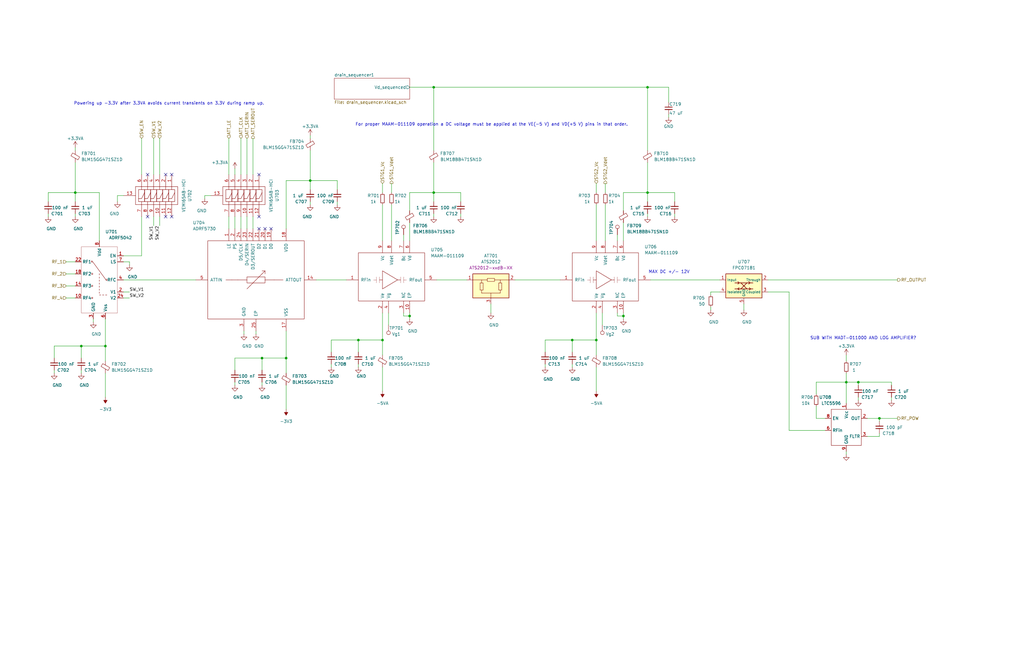
<source format=kicad_sch>
(kicad_sch (version 20211123) (generator eeschema)
  (paper "B")
  (lib_symbols
    (symbol "Connector:TestPoint" (pin_numbers hide) (pin_names (offset 0.762) hide)
      (property "Reference" "TP" (at 0 6.858 0))
      (property "Value" "TestPoint" (at 0 5.08 0))
      (symbol "TestPoint_0_1"
        (circle (center 0 3.302) (radius 0.762))
      )
      (symbol "TestPoint_1_1"
        (pin passive line (at 0 0 90) (length 2.54) (name "1") (number "1"))
      )
    )
    (symbol "Device:C_Small" (pin_numbers hide) (pin_names (offset 0.254) hide)
      (property "Reference" "C" (at 0.254 1.778 0))
      (property "Value" "C_Small" (at 0.254 -2.032 0))
      (symbol "C_Small_0_1"
        (polyline (pts (xy -1.524 -0.508) (xy 1.524 -0.508)) (stroke (width 0.3302)))
        (polyline (pts (xy -1.524 0.508) (xy 1.524 0.508)) (stroke (width 0.3048)))
      )
      (symbol "C_Small_1_1"
        (pin passive line (at 0 2.54 270) (length 2.032) (name "~") (number "1"))
        (pin passive line (at 0 -2.54 90) (length 2.032) (name "~") (number "2"))
      )
    )
    (symbol "Device:FerriteBead_Small" (pin_numbers hide) (pin_names (offset 0))
      (property "Reference" "FB" (at 1.905 1.27 0))
      (property "Value" "FerriteBead_Small" (at 1.905 -1.27 0))
      (symbol "FerriteBead_Small_0_1"
        (polyline (pts (xy 0 -1.27) (xy 0 -0.7874)))
        (polyline (pts (xy 0 0.889) (xy 0 1.2954)))
        (polyline (pts (xy -1.8288 0.2794) (xy -1.1176 1.4986) (xy 1.8288 -0.2032) (xy 1.1176 -1.4224) (xy -1.8288 0.2794)))
      )
      (symbol "FerriteBead_Small_1_1"
        (pin passive line (at 0 2.54 270) (length 1.27) (name "~") (number "1"))
        (pin passive line (at 0 -2.54 90) (length 1.27) (name "~") (number "2"))
      )
    )
    (symbol "Device:R_Small" (pin_numbers hide) (pin_names (offset 0.254) hide)
      (property "Reference" "R" (at 0.762 0.508 0))
      (property "Value" "R_Small" (at 0.762 -1.016 0))
      (symbol "R_Small_0_1"
        (rectangle (start -0.762 1.778) (end 0.762 -1.778) (stroke (width 0.2032)))
      )
      (symbol "R_Small_1_1"
        (pin passive line (at 0 2.54 270) (length 0.762) (name "~") (number "1"))
        (pin passive line (at 0 -2.54 90) (length 0.762) (name "~") (number "2"))
      )
    )
    (symbol "jtk_rf:ADRF5042"
      (property "Reference" "U" (at 5.08 13.97 0))
      (property "Value" "ADRF5042" (at 8.89 16.51 0))
      (symbol "ADRF5042_0_0"
        (pin passive line (at 2.54 -17.78 90) (length 2.54) hide (name "GND") (number "20"))
        (pin passive line (at 2.54 -17.78 90) (length 2.54) hide (name "GND") (number "23"))
        (pin passive line (at 2.54 -17.78 90) (length 2.54) hide (name "GND") (number "5"))
      )
      (symbol "ADRF5042_0_1"
        (rectangle (start -7.62 12.7) (end 7.62 -15.24) (stroke (width 0.0006)))
        (circle (center -3.048 -1.27) (radius 0.2794))
        (polyline (pts (xy -3.175 -7.62) (xy -2.54 -7.62)))
        (polyline (pts (xy -2.794 -1.27) (xy 2.794 6.35)))
        (polyline (pts (xy -1.905 -7.62) (xy -1.27 -7.62)))
        (polyline (pts (xy -0.635 -7.62) (xy 0 -7.62)))
        (polyline (pts (xy 0 -6.985) (xy 0 -6.35)))
        (polyline (pts (xy 0 -5.715) (xy 0 -5.08)))
        (polyline (pts (xy 0 -4.445) (xy 0 -3.81)))
        (polyline (pts (xy 0 -3.175) (xy 0 -2.54)))
        (polyline (pts (xy 0 -1.905) (xy 0 -1.27)))
        (polyline (pts (xy 0 -0.635) (xy 0 0)))
        (polyline (pts (xy 0 0.762) (xy 0 1.397)))
        (circle (center 3.048 -8.89) (radius 0.2794))
        (circle (center 3.048 -3.81) (radius 0.2794))
        (circle (center 3.048 1.27) (radius 0.2794))
        (circle (center 3.175 6.477) (radius 0.2794))
      )
      (symbol "ADRF5042_1_1"
        (pin input line (at -10.16 8.89 0) (length 2.54) (name "EN") (number "1"))
        (pin passive line (at 10.16 -8.89 180) (length 2.54) (name "RF4") (number "10"))
        (pin passive line (at 2.54 -17.78 90) (length 2.54) hide (name "GND") (number "11"))
        (pin passive line (at 2.54 -17.78 90) (length 2.54) hide (name "GND") (number "12"))
        (pin passive line (at 2.54 -17.78 90) (length 2.54) hide (name "GND") (number "13"))
        (pin passive line (at 10.16 -3.81 180) (length 2.54) (name "RF3") (number "14"))
        (pin passive line (at 2.54 -17.78 90) (length 2.54) hide (name "GND") (number "15"))
        (pin passive line (at 2.54 -17.78 90) (length 2.54) hide (name "GND") (number "16"))
        (pin passive line (at 2.54 -17.78 90) (length 2.54) hide (name "GND") (number "17"))
        (pin passive line (at 10.16 1.27 180) (length 2.54) (name "RF2") (number "18"))
        (pin passive line (at 2.54 -17.78 90) (length 2.54) hide (name "GND") (number "19"))
        (pin input line (at -10.16 -6.35 0) (length 2.54) (name "V1") (number "2"))
        (pin passive line (at 2.54 -17.78 90) (length 2.54) hide (name "GND") (number "21"))
        (pin passive line (at 10.16 6.35 180) (length 2.54) (name "RF1") (number "22"))
        (pin input line (at -10.16 -8.89 0) (length 2.54) (name "V2") (number "24"))
        (pin passive line (at 2.54 -17.78 90) (length 2.54) hide (name "GND") (number "25"))
        (pin power_in line (at 2.54 -17.78 90) (length 2.54) (name "GND") (number "3"))
        (pin passive line (at -10.16 -1.27 0) (length 2.54) (name "RFC") (number "4"))
        (pin power_in line (at -2.54 -17.78 90) (length 2.54) (name "Vss") (number "6"))
        (pin input line (at -10.16 6.35 0) (length 2.54) (name "LS") (number "7"))
        (pin power_in line (at 0 15.24 270) (length 2.54) (name "Vdd") (number "8"))
        (pin passive line (at 2.54 -17.78 90) (length 2.54) hide (name "GND") (number "9"))
      )
    )
    (symbol "jtk_rf:ADRF5730" (pin_names (offset 1.016))
      (property "Reference" "U" (at -25.4 19.05 0))
      (property "Value" "ADRF5730" (at -21.59 21.59 0))
      (symbol "ADRF5730_0_1"
        (rectangle (start -20.32 16.51) (end 20.32 -16.51))
        (polyline (pts (xy -10.16 0) (xy -12.7 0)))
        (polyline (pts (xy -7.62 0) (xy -10.16 0)))
        (polyline (pts (xy -2.54 -2.54) (xy -3.81 -3.81)))
        (polyline (pts (xy -2.54 -2.54) (xy 2.54 2.54)))
        (polyline (pts (xy 2.54 2.54) (xy 3.81 3.81)))
        (polyline (pts (xy 7.62 0) (xy 11.43 0)))
        (polyline (pts (xy 2.54 3.81) (xy 3.81 3.81) (xy 3.81 2.54)))
        (polyline (pts (xy 3.81 0) (xy 6.35 0) (xy 7.62 0)))
        (polyline (pts (xy -7.62 0) (xy -3.81 0) (xy -3.81 1.27) (xy 0 1.27) (xy 3.81 1.27) (xy 3.81 -1.27) (xy -3.81 -1.27) (xy -3.81 0)))
      )
      (symbol "ADRF5730_1_1"
        (pin input line (at -11.43 21.59 270) (length 5.08) (name "LE") (number "1"))
        (pin power_in line (at -5.08 -21.59 90) (length 5.08) hide (name "GND") (number "10"))
        (pin power_in line (at -5.08 -21.59 90) (length 5.08) hide (name "GND") (number "11"))
        (pin power_in line (at -5.08 -21.59 90) (length 5.08) hide (name "GND") (number "12"))
        (pin power_in line (at -5.08 -21.59 90) (length 5.08) hide (name "GND") (number "13"))
        (pin bidirectional line (at 25.4 0 180) (length 5.08) (name "ATTOUT") (number "14"))
        (pin power_in line (at -5.08 -21.59 90) (length 5.08) hide (name "GND") (number "15"))
        (pin power_in line (at -5.08 -21.59 90) (length 5.08) hide (name "GND") (number "16"))
        (pin power_in line (at 12.7 -21.59 90) (length 5.08) (name "VSS") (number "17"))
        (pin power_in line (at 12.7 21.59 270) (length 5.08) (name "VDD") (number "18"))
        (pin input line (at 6.35 21.59 270) (length 5.08) (name "D0") (number "19"))
        (pin input line (at -8.89 21.59 270) (length 5.08) (name "PS") (number "2"))
        (pin input line (at 3.81 21.59 270) (length 5.08) (name "D1") (number "20"))
        (pin input line (at 1.27 21.59 270) (length 5.08) (name "D2") (number "21"))
        (pin output line (at -1.27 21.59 270) (length 5.08) (name "D3/SEROUT") (number "22"))
        (pin input line (at -3.81 21.59 270) (length 5.08) (name "D4/SERIN") (number "23"))
        (pin input line (at -6.35 21.59 270) (length 5.08) (name "D5/CLK") (number "24"))
        (pin power_in line (at 0 -21.59 90) (length 5.08) (name "EP") (number "25"))
        (pin power_in line (at -5.08 -21.59 90) (length 5.08) (name "GND") (number "3"))
        (pin power_in line (at -5.08 -21.59 90) (length 5.08) hide (name "GND") (number "4"))
        (pin bidirectional line (at -25.4 0 0) (length 5.08) (name "ATTIN") (number "5"))
        (pin power_in line (at -5.08 -21.59 90) (length 5.08) hide (name "GND") (number "6"))
        (pin power_in line (at -5.08 -21.59 90) (length 5.08) hide (name "GND") (number "7"))
        (pin power_in line (at -5.08 -21.59 90) (length 5.08) hide (name "GND") (number "8"))
        (pin power_in line (at -5.08 -21.59 90) (length 5.08) hide (name "GND") (number "9"))
      )
    )
    (symbol "jtk_rf:ATS2012"
      (property "Reference" "AT" (at -8.89 7.62 0))
      (property "Value" "ATS2012" (at -6.35 5.08 0))
      (property "mpn" "ATS2012-xxdB-XX" (at -3.81 12.7 0))
      (symbol "ATS2012_0_1"
        (rectangle (start -7.62 2.54) (end 7.62 -7.62) (stroke (width 0.254)) (fill (type background)))
        (polyline (pts (xy -3.937 -5.588) (xy 3.937 -5.588)))
        (polyline (pts (xy -3.937 -1.27) (xy -3.937 0)))
        (polyline (pts (xy -1.524 0) (xy -7.62 0)))
        (polyline (pts (xy 0 -7.62) (xy 0 -5.588)))
        (polyline (pts (xy 3.937 -1.27) (xy 3.937 0)))
        (pin passive line (at 0 -10.16 90) (length 2.54) (name "~") (number "3"))
      )
      (symbol "ATS2012_1_1"
        (rectangle (start -4.572 -4.318) (end -3.302 -1.27))
        (rectangle (start -1.524 0.635) (end 1.524 -0.635))
        (polyline (pts (xy -3.937 -5.588) (xy -3.937 -4.318)))
        (polyline (pts (xy 3.937 -5.588) (xy 3.937 -4.318)))
        (polyline (pts (xy 7.62 0) (xy 1.524 0)))
        (rectangle (start 3.302 -4.318) (end 4.572 -1.27))
        (pin passive line (at -10.16 0 0) (length 2.54) (name "~") (number "1"))
        (pin passive line (at 10.16 0 180) (length 2.54) (name "~") (number "2"))
      )
    )
    (symbol "jtk_rf:FPC07181"
      (property "Reference" "U" (at -6.35 7.62 0))
      (property "Value" "FPC07181" (at -2.54 10.16 0))
      (symbol "FPC07181_0_1"
        (rectangle (start -7.62 5.08) (end 7.62 -5.08) (stroke (width 0.254)) (fill (type background)))
      )
      (symbol "FPC07181_1_1"
        (polyline (pts (xy -3.81 -1.27) (xy 3.81 -1.27)) (stroke (width 0.254)))
        (polyline (pts (xy -3.81 1.27) (xy 3.81 1.27)) (stroke (width 0.254)))
        (polyline (pts (xy -2.54 -1.27) (xy -2.032 -1.778)) (stroke (width 0.254)))
        (polyline (pts (xy -2.54 1.778) (xy -2.032 1.27)) (stroke (width 0.254)))
        (polyline (pts (xy -2.032 -0.762) (xy -2.54 -1.27)) (stroke (width 0.254)))
        (polyline (pts (xy -2.032 1.27) (xy -2.54 0.762)) (stroke (width 0.254)))
        (polyline (pts (xy -1.27 1.27) (xy 1.27 -1.27)) (stroke (width 0.254)))
        (polyline (pts (xy 1.27 1.27) (xy -1.27 -1.27)) (stroke (width 0.254)))
        (polyline (pts (xy 2.032 1.778) (xy 2.54 1.27)) (stroke (width 0.254)))
        (polyline (pts (xy 2.286 -0.762) (xy 2.794 -1.27)) (stroke (width 0.254)))
        (polyline (pts (xy 2.54 1.27) (xy 2.032 0.762)) (stroke (width 0.254)))
        (polyline (pts (xy 2.794 -1.27) (xy 2.286 -1.778)) (stroke (width 0.254)))
        (pin input line (at -10.16 2.54 0) (length 2.54) (name "Input") (number "1"))
        (pin output line (at 10.16 2.54 180) (length 2.54) (name "Through") (number "2"))
        (pin output line (at 10.16 -2.54 180) (length 2.54) (name "Coupled") (number "3"))
        (pin output line (at -10.16 -2.54 0) (length 2.54) (name "Isolated") (number "4"))
        (pin power_in line (at 0 -7.62 90) (length 2.54) (name "GND") (number "5"))
      )
    )
    (symbol "jtk_rf:LTC5596"
      (property "Reference" "U" (at -15.24 12.7 0))
      (property "Value" "LTC5596" (at -11.43 10.16 0))
      (symbol "LTC5596_0_1"
        (rectangle (start -6.35 7.62) (end 6.35 -7.62) (stroke (width 0.1524)))
      )
      (symbol "LTC5596_1_1"
        (pin power_in line (at 0 10.16 270) (length 2.54) (name "Vcc") (number "1"))
        (pin output line (at 8.89 3.81 180) (length 2.54) (name "OUT") (number "2"))
        (pin input line (at 8.89 -3.81 180) (length 2.54) (name "FLTR") (number "3"))
        (pin power_in line (at 0 -10.16 90) (length 2.54) hide (name "GND") (number "4"))
        (pin power_in line (at 0 -10.16 90) (length 2.54) hide (name "GND") (number "5"))
        (pin input line (at -8.89 -1.27 0) (length 2.54) (name "RFin") (number "6"))
        (pin power_in line (at 0 -10.16 90) (length 2.54) hide (name "GND") (number "7"))
        (pin input line (at -8.89 3.81 0) (length 2.54) (name "EN") (number "8"))
        (pin power_in line (at 0 -10.16 90) (length 2.54) (name "GND") (number "9"))
      )
    )
    (symbol "jtk_rf:MAAM-011109" (pin_names (offset 1.016))
      (property "Reference" "U" (at -25.4 16.51 0))
      (property "Value" "MAAM-011109" (at -19.05 19.05 0))
      (symbol "MAAM-011109_0_1"
        (rectangle (start -11.43 11.43) (end 16.51 -8.89))
        (polyline (pts (xy -3.81 0) (xy -5.08 0)) (stroke (width 0.0006)))
        (polyline (pts (xy -3.81 1.27) (xy -3.81 -1.27)) (stroke (width 0.0006)))
        (polyline (pts (xy -2.54 1.27) (xy -2.54 -1.27)) (stroke (width 0.0006)))
        (polyline (pts (xy -1.27 0) (xy -2.54 0)))
        (polyline (pts (xy 5.08 0) (xy 6.35 0)))
        (polyline (pts (xy 6.35 1.27) (xy 6.35 -1.27)) (stroke (width 0.0006)))
        (polyline (pts (xy 7.62 0) (xy 8.89 0)) (stroke (width 0.0006)))
        (polyline (pts (xy 7.62 1.27) (xy 7.62 -1.27)) (stroke (width 0.0006)))
        (polyline (pts (xy 5.08 0) (xy -1.27 3.81) (xy -1.27 -3.81) (xy 5.08 0)))
      )
      (symbol "MAAM-011109_1_1"
        (pin input line (at -16.51 0 0) (length 5.08) (name "RFin") (number "1"))
        (pin power_in line (at 10.16 -13.97 90) (length 5.08) (name "EP") (number "10"))
        (pin power_in line (at -1.27 -13.97 90) (length 5.08) (name "Ve") (number "2"))
        (pin input line (at 7.62 -13.97 90) (length 5.08) (name "NC") (number "3"))
        (pin power_in line (at 1.27 -13.97 90) (length 5.08) (name "Vg") (number "4"))
        (pin output line (at 21.59 0 180) (length 5.08) (name "RFout") (number "5"))
        (pin power_in line (at 10.16 16.51 270) (length 5.08) (name "Vd") (number "6"))
        (pin input line (at 7.62 16.51 270) (length 5.08) (name "Bc") (number "7"))
        (pin output line (at 2.54 16.51 270) (length 5.08) (name "Vdet") (number "8"))
        (pin power_in line (at -1.27 16.51 270) (length 5.08) (name "Vc") (number "9"))
      )
    )
    (symbol "power:+3.3VA" (power) (pin_names (offset 0))
      (property "Value" "+3.3VA" (at 0 3.556 0))
      (symbol "+3.3VA_0_1"
        (polyline (pts (xy -0.762 1.27) (xy 0 2.54)))
        (polyline (pts (xy 0 0) (xy 0 2.54)))
        (polyline (pts (xy 0 2.54) (xy 0.762 1.27)))
      )
      (symbol "+3.3VA_1_1"
        (pin power_in line (at 0 0 90) (length 0) hide (name "+3.3VA") (number "1"))
      )
    )
    (symbol "power:-3V3" (power) (pin_names (offset 0))
      (property "Value" "-3V3" (at 0 3.81 0))
      (symbol "-3V3_0_0"
        (pin power_in line (at 0 0 90) (length 0) hide (name "-3V3") (number "1"))
      )
      (symbol "-3V3_0_1"
        (polyline (pts (xy 0 0) (xy 0 1.27) (xy 0.762 1.27) (xy 0 2.54) (xy -0.762 1.27) (xy 0 1.27)) (fill (type outline)))
      )
    )
    (symbol "power:-5VA" (power) (pin_names (offset 0))
      (property "Value" "-5VA" (at 0 3.81 0))
      (symbol "-5VA_0_0"
        (pin power_in line (at 0 0 90) (length 0) hide (name "-5VA") (number "1"))
      )
      (symbol "-5VA_0_1"
        (polyline (pts (xy 0 0) (xy 0 1.27) (xy 0.762 1.27) (xy 0 2.54) (xy -0.762 1.27) (xy 0 1.27)) (fill (type outline)))
      )
    )
    (symbol "power:GND" (power) (pin_names (offset 0))
      (property "Value" "GND" (at 0 -3.81 0))
      (symbol "GND_0_1"
        (polyline (pts (xy 0 0) (xy 0 -1.27) (xy 1.27 -1.27) (xy 0 -2.54) (xy -1.27 -1.27) (xy 0 -1.27)))
      )
      (symbol "GND_1_1"
        (pin power_in line (at 0 0 270) (length 0) hide (name "GND") (number "1"))
      )
    )
    (symbol "vna_mm:VEMI65AB-HCI" (pin_names (offset 1.016))
      (property "Reference" "U" (at -3.81 10.16 0))
      (property "Value" "VEMI65AB-HCI" (at 2.54 12.7 0))
      (symbol "VEMI65AB-HCI_0_1"
        (rectangle (start -3.81 8.89) (end 3.81 -8.89))
        (rectangle (start -2.54 -5.08) (end 2.54 -7.62))
        (rectangle (start -2.54 -2.54) (end 2.54 -5.08))
        (rectangle (start -2.54 0) (end 2.54 -2.54))
        (rectangle (start -2.54 2.54) (end 2.54 0))
        (rectangle (start -2.54 5.08) (end 2.54 2.54))
        (rectangle (start -2.54 7.62) (end 2.54 5.08))
        (polyline (pts (xy -3.81 -6.35) (xy -2.54 -6.35)))
        (polyline (pts (xy -3.81 -3.81) (xy -2.54 -3.81)))
        (polyline (pts (xy -3.81 -1.27) (xy -2.54 -1.27)))
        (polyline (pts (xy -3.81 1.27) (xy -2.54 1.27)))
        (polyline (pts (xy -3.81 3.81) (xy -2.54 3.81)))
        (polyline (pts (xy -3.81 6.35) (xy -2.54 6.35)))
        (polyline (pts (xy 2.54 -6.35) (xy 3.81 -6.35)))
        (polyline (pts (xy 2.54 -3.81) (xy 3.81 -3.81)))
        (polyline (pts (xy 2.54 -1.27) (xy 3.81 -1.27)))
        (polyline (pts (xy 2.54 1.27) (xy 3.81 1.27)))
        (polyline (pts (xy 2.54 3.81) (xy 3.81 3.81)))
        (polyline (pts (xy 2.54 6.35) (xy 3.81 6.35)))
        (polyline (pts (xy -1.27 -5.08) (xy 1.27 -6.35) (xy 1.27 -7.62)))
        (polyline (pts (xy -1.27 -2.54) (xy 1.27 -3.81) (xy 1.27 -5.08)))
        (polyline (pts (xy -1.27 0) (xy 1.27 -1.27) (xy 1.27 -2.54)))
        (polyline (pts (xy -1.27 2.54) (xy 1.27 1.27) (xy 1.27 0)))
        (polyline (pts (xy -1.27 5.08) (xy 1.27 3.81) (xy 1.27 2.54)))
        (polyline (pts (xy -1.27 7.62) (xy 1.27 6.35) (xy 1.27 5.08)))
      )
      (symbol "VEMI65AB-HCI_1_1"
        (pin bidirectional line (at -8.89 6.35 0) (length 5.08) (name "~") (number "1"))
        (pin bidirectional line (at 8.89 1.27 180) (length 5.08) (name "~") (number "10"))
        (pin bidirectional line (at 8.89 3.81 180) (length 5.08) (name "~") (number "11"))
        (pin bidirectional line (at 8.89 6.35 180) (length 5.08) (name "~") (number "12"))
        (pin bidirectional line (at 0 -13.97 90) (length 5.08) (name "~") (number "13"))
        (pin bidirectional line (at -8.89 3.81 0) (length 5.08) (name "~") (number "2"))
        (pin bidirectional line (at -8.89 1.27 0) (length 5.08) (name "~") (number "3"))
        (pin bidirectional line (at -8.89 -1.27 0) (length 5.08) (name "~") (number "4"))
        (pin bidirectional line (at -8.89 -3.81 0) (length 5.08) (name "~") (number "5"))
        (pin bidirectional line (at -8.89 -6.35 0) (length 5.08) (name "~") (number "6"))
        (pin bidirectional line (at 8.89 -6.35 180) (length 5.08) (name "~") (number "7"))
        (pin bidirectional line (at 8.89 -3.81 180) (length 5.08) (name "~") (number "8"))
        (pin bidirectional line (at 8.89 -1.27 180) (length 5.08) (name "~") (number "9"))
      )
    )
  )
  (junction (at 161.29 143.51) (diameter 0.9144))
  (junction (at 120.65 151.13) (diameter 0.9144))
  (junction (at 251.46 143.51) (diameter 0.9144))
  (junction (at 273.05 81.28) (diameter 0.9144))
  (junction (at 110.49 151.13) (diameter 0.9144))
  (junction (at 31.75 81.28) (diameter 0.9144))
  (junction (at 34.29 146.05) (diameter 0.9144))
  (junction (at 44.45 146.05) (diameter 0.9144))
  (junction (at 262.89 133.35) (diameter 0.9144))
  (junction (at 130.81 76.2) (diameter 0.9144))
  (junction (at 241.3 143.51) (diameter 0.9144))
  (junction (at 361.95 161.29) (diameter 0.9144))
  (junction (at 172.72 133.35) (diameter 0.9144))
  (junction (at 356.87 161.29) (diameter 0.9144))
  (junction (at 370.84 176.53) (diameter 0.9144))
  (junction (at 151.13 143.51) (diameter 0.9144))
  (junction (at 273.05 36.83) (diameter 0.9144))
  (junction (at 182.88 36.83) (diameter 0.9144))
  (junction (at 182.88 81.28) (diameter 0.9144))
  (no_connect (at 109.22 91.44))
  (no_connect (at 109.22 96.52))
  (no_connect (at 111.76 96.52))
  (no_connect (at 114.3 96.52))
  (no_connect (at 109.22 73.66))
  (no_connect (at 62.23 73.66))
  (no_connect (at 62.23 91.44))
  (no_connect (at 69.85 73.66))
  (no_connect (at 69.85 91.44))
  (no_connect (at 72.39 73.66))
  (no_connect (at 72.39 91.44))
  (wire (pts (xy 110.49 151.13) (xy 110.49 156.21)))
  (wire (pts (xy 27.94 110.49) (xy 31.75 110.49)))
  (wire (pts (xy 284.48 81.28) (xy 273.05 81.28)))
  (wire (pts (xy 27.94 125.73) (xy 31.75 125.73)))
  (wire (pts (xy 161.29 143.51) (xy 161.29 149.86)))
  (wire (pts (xy 251.46 154.94) (xy 251.46 165.1)))
  (wire (pts (xy 31.75 90.17) (xy 31.75 91.44)))
  (wire (pts (xy 130.81 57.15) (xy 130.81 58.42)))
  (wire (pts (xy 194.31 81.28) (xy 182.88 81.28)))
  (wire (pts (xy 34.29 156.21) (xy 34.29 157.48)))
  (wire (pts (xy 260.35 99.06) (xy 260.35 101.6)))
  (wire (pts (xy 217.17 118.11) (xy 236.22 118.11)))
  (wire (pts (xy 299.72 129.54) (xy 299.72 130.81)))
  (wire (pts (xy 251.46 143.51) (xy 251.46 149.86)))
  (wire (pts (xy 39.37 134.62) (xy 39.37 135.89)))
  (wire (pts (xy 64.77 91.44) (xy 64.77 95.25)))
  (wire (pts (xy 251.46 143.51) (xy 251.46 132.08)))
  (wire (pts (xy 20.32 90.17) (xy 20.32 91.44)))
  (wire (pts (xy 99.06 71.12) (xy 99.06 73.66)))
  (wire (pts (xy 251.46 86.36) (xy 251.46 101.6)))
  (wire (pts (xy 165.1 77.47) (xy 165.1 81.28)))
  (wire (pts (xy 99.06 91.44) (xy 99.06 96.52)))
  (wire (pts (xy 273.05 81.28) (xy 273.05 85.09)))
  (wire (pts (xy 356.87 161.29) (xy 356.87 170.18)))
  (wire (pts (xy 361.95 161.29) (xy 356.87 161.29)))
  (wire (pts (xy 361.95 162.56) (xy 361.95 161.29)))
  (wire (pts (xy 86.36 82.55) (xy 86.36 83.82)))
  (wire (pts (xy 88.9 82.55) (xy 86.36 82.55)))
  (wire (pts (xy 130.81 76.2) (xy 120.65 76.2)))
  (wire (pts (xy 31.75 81.28) (xy 41.91 81.28)))
  (wire (pts (xy 41.91 81.28) (xy 41.91 101.6)))
  (wire (pts (xy 120.65 151.13) (xy 120.65 157.48)))
  (wire (pts (xy 356.87 190.5) (xy 356.87 191.77)))
  (wire (pts (xy 49.53 82.55) (xy 49.53 85.09)))
  (wire (pts (xy 52.07 82.55) (xy 49.53 82.55)))
  (wire (pts (xy 361.95 167.64) (xy 361.95 168.91)))
  (wire (pts (xy 194.31 85.09) (xy 194.31 81.28)))
  (wire (pts (xy 130.81 76.2) (xy 130.81 80.01)))
  (wire (pts (xy 344.17 161.29) (xy 344.17 166.37)))
  (wire (pts (xy 365.76 176.53) (xy 370.84 176.53)))
  (wire (pts (xy 370.84 176.53) (xy 370.84 177.8)))
  (wire (pts (xy 96.52 58.42) (xy 96.52 73.66)))
  (wire (pts (xy 107.95 139.7) (xy 107.95 140.97)))
  (wire (pts (xy 101.6 58.42) (xy 101.6 73.66)))
  (wire (pts (xy 102.87 139.7) (xy 102.87 140.97)))
  (wire (pts (xy 34.29 146.05) (xy 34.29 151.13)))
  (wire (pts (xy 281.94 48.26) (xy 281.94 49.53)))
  (wire (pts (xy 184.15 118.11) (xy 196.85 118.11)))
  (wire (pts (xy 161.29 143.51) (xy 161.29 132.08)))
  (wire (pts (xy 182.88 90.17) (xy 182.88 91.44)))
  (wire (pts (xy 52.07 118.11) (xy 82.55 118.11)))
  (wire (pts (xy 229.87 148.59) (xy 229.87 143.51)))
  (wire (pts (xy 370.84 176.53) (xy 378.46 176.53)))
  (wire (pts (xy 20.32 81.28) (xy 31.75 81.28)))
  (wire (pts (xy 303.53 123.19) (xy 299.72 123.19)))
  (wire (pts (xy 344.17 161.29) (xy 356.87 161.29)))
  (wire (pts (xy 347.98 176.53) (xy 344.17 176.53)))
  (wire (pts (xy 182.88 36.83) (xy 273.05 36.83)))
  (wire (pts (xy 273.05 81.28) (xy 262.89 81.28)))
  (wire (pts (xy 110.49 151.13) (xy 120.65 151.13)))
  (wire (pts (xy 22.86 156.21) (xy 22.86 157.48)))
  (wire (pts (xy 182.88 81.28) (xy 172.72 81.28)))
  (wire (pts (xy 99.06 156.21) (xy 99.06 151.13)))
  (wire (pts (xy 59.69 58.42) (xy 59.69 73.66)))
  (wire (pts (xy 99.06 151.13) (xy 110.49 151.13)))
  (wire (pts (xy 52.07 110.49) (xy 54.61 110.49)))
  (wire (pts (xy 54.61 110.49) (xy 54.61 111.76)))
  (wire (pts (xy 44.45 157.48) (xy 44.45 167.64)))
  (wire (pts (xy 241.3 143.51) (xy 241.3 148.59)))
  (wire (pts (xy 151.13 153.67) (xy 151.13 154.94)))
  (wire (pts (xy 172.72 36.83) (xy 182.88 36.83)))
  (wire (pts (xy 182.88 36.83) (xy 182.88 63.5)))
  (wire (pts (xy 241.3 143.51) (xy 251.46 143.51)))
  (wire (pts (xy 255.27 77.47) (xy 255.27 81.28)))
  (wire (pts (xy 139.7 153.67) (xy 139.7 154.94)))
  (wire (pts (xy 356.87 149.86) (xy 356.87 152.4)))
  (wire (pts (xy 365.76 184.15) (xy 370.84 184.15)))
  (wire (pts (xy 370.84 184.15) (xy 370.84 182.88)))
  (wire (pts (xy 313.69 128.27) (xy 313.69 130.81)))
  (wire (pts (xy 99.06 161.29) (xy 99.06 162.56)))
  (wire (pts (xy 172.72 81.28) (xy 172.72 88.9)))
  (wire (pts (xy 104.14 58.42) (xy 104.14 73.66)))
  (wire (pts (xy 142.24 76.2) (xy 130.81 76.2)))
  (wire (pts (xy 260.35 133.35) (xy 262.89 133.35)))
  (wire (pts (xy 255.27 86.36) (xy 255.27 101.6)))
  (wire (pts (xy 262.89 93.98) (xy 262.89 101.6)))
  (wire (pts (xy 64.77 58.42) (xy 64.77 73.66)))
  (wire (pts (xy 151.13 143.51) (xy 151.13 148.59)))
  (wire (pts (xy 299.72 123.19) (xy 299.72 124.46)))
  (wire (pts (xy 67.31 91.44) (xy 67.31 95.25)))
  (wire (pts (xy 142.24 80.01) (xy 142.24 76.2)))
  (wire (pts (xy 161.29 77.47) (xy 161.29 81.28)))
  (wire (pts (xy 130.81 85.09) (xy 130.81 86.36)))
  (wire (pts (xy 151.13 143.51) (xy 161.29 143.51)))
  (wire (pts (xy 254 132.08) (xy 254 137.16)))
  (wire (pts (xy 163.83 132.08) (xy 163.83 137.16)))
  (wire (pts (xy 120.65 162.56) (xy 120.65 172.72)))
  (wire (pts (xy 262.89 81.28) (xy 262.89 88.9)))
  (wire (pts (xy 361.95 161.29) (xy 375.92 161.29)))
  (wire (pts (xy 375.92 161.29) (xy 375.92 162.56)))
  (wire (pts (xy 52.07 125.73) (xy 54.61 125.73)))
  (wire (pts (xy 281.94 36.83) (xy 281.94 43.18)))
  (wire (pts (xy 31.75 81.28) (xy 31.75 85.09)))
  (wire (pts (xy 172.72 133.35) (xy 172.72 134.62)))
  (wire (pts (xy 194.31 90.17) (xy 194.31 91.44)))
  (wire (pts (xy 142.24 85.09) (xy 142.24 86.36)))
  (wire (pts (xy 31.75 68.58) (xy 31.75 81.28)))
  (wire (pts (xy 170.18 132.08) (xy 170.18 133.35)))
  (wire (pts (xy 260.35 132.08) (xy 260.35 133.35)))
  (wire (pts (xy 120.65 76.2) (xy 120.65 96.52)))
  (wire (pts (xy 182.88 68.58) (xy 182.88 81.28)))
  (wire (pts (xy 96.52 91.44) (xy 96.52 96.52)))
  (wire (pts (xy 165.1 86.36) (xy 165.1 101.6)))
  (wire (pts (xy 273.05 68.58) (xy 273.05 81.28)))
  (wire (pts (xy 161.29 154.94) (xy 161.29 165.1)))
  (wire (pts (xy 130.81 63.5) (xy 130.81 76.2)))
  (wire (pts (xy 44.45 146.05) (xy 44.45 152.4)))
  (wire (pts (xy 332.74 123.19) (xy 323.85 123.19)))
  (wire (pts (xy 332.74 181.61) (xy 332.74 123.19)))
  (wire (pts (xy 139.7 148.59) (xy 139.7 143.51)))
  (wire (pts (xy 273.05 36.83) (xy 273.05 63.5)))
  (wire (pts (xy 284.48 90.17) (xy 284.48 91.44)))
  (wire (pts (xy 27.94 120.65) (xy 31.75 120.65)))
  (wire (pts (xy 52.07 123.19) (xy 54.61 123.19)))
  (wire (pts (xy 22.86 146.05) (xy 34.29 146.05)))
  (wire (pts (xy 22.86 151.13) (xy 22.86 146.05)))
  (wire (pts (xy 34.29 146.05) (xy 44.45 146.05)))
  (wire (pts (xy 44.45 146.05) (xy 44.45 134.62)))
  (wire (pts (xy 172.72 93.98) (xy 172.72 101.6)))
  (wire (pts (xy 273.05 36.83) (xy 281.94 36.83)))
  (wire (pts (xy 207.01 128.27) (xy 207.01 132.08)))
  (wire (pts (xy 273.05 90.17) (xy 273.05 91.44)))
  (wire (pts (xy 356.87 157.48) (xy 356.87 161.29)))
  (wire (pts (xy 229.87 143.51) (xy 241.3 143.51)))
  (wire (pts (xy 182.88 81.28) (xy 182.88 85.09)))
  (wire (pts (xy 106.68 58.42) (xy 106.68 73.66)))
  (wire (pts (xy 172.72 132.08) (xy 172.72 133.35)))
  (wire (pts (xy 161.29 86.36) (xy 161.29 101.6)))
  (wire (pts (xy 31.75 62.23) (xy 31.75 63.5)))
  (wire (pts (xy 139.7 143.51) (xy 151.13 143.51)))
  (wire (pts (xy 27.94 115.57) (xy 31.75 115.57)))
  (wire (pts (xy 344.17 171.45) (xy 344.17 176.53)))
  (wire (pts (xy 101.6 91.44) (xy 101.6 96.52)))
  (wire (pts (xy 229.87 153.67) (xy 229.87 154.94)))
  (wire (pts (xy 110.49 161.29) (xy 110.49 162.56)))
  (wire (pts (xy 120.65 151.13) (xy 120.65 139.7)))
  (wire (pts (xy 375.92 167.64) (xy 375.92 168.91)))
  (wire (pts (xy 241.3 153.67) (xy 241.3 154.94)))
  (wire (pts (xy 262.89 132.08) (xy 262.89 133.35)))
  (wire (pts (xy 323.85 118.11) (xy 378.46 118.11)))
  (wire (pts (xy 20.32 85.09) (xy 20.32 81.28)))
  (wire (pts (xy 170.18 133.35) (xy 172.72 133.35)))
  (wire (pts (xy 332.74 181.61) (xy 347.98 181.61)))
  (wire (pts (xy 170.18 99.06) (xy 170.18 101.6)))
  (wire (pts (xy 133.35 118.11) (xy 146.05 118.11)))
  (wire (pts (xy 284.48 85.09) (xy 284.48 81.28)))
  (wire (pts (xy 251.46 77.47) (xy 251.46 81.28)))
  (wire (pts (xy 106.68 91.44) (xy 106.68 96.52)))
  (wire (pts (xy 262.89 133.35) (xy 262.89 134.62)))
  (wire (pts (xy 67.31 58.42) (xy 67.31 73.66)))
  (wire (pts (xy 52.07 107.95) (xy 59.69 107.95)))
  (wire (pts (xy 59.69 107.95) (xy 59.69 91.44)))
  (wire (pts (xy 104.14 91.44) (xy 104.14 96.52)))
  (wire (pts (xy 274.32 118.11) (xy 303.53 118.11)))
  (text "Powering up -3.3V after 3.3VA avoids current transients on 3.3V during ramp up." (at 31.115 44.45 0) (effects (font (size 1.27 1.27)) (justify left bottom)))
  (text "MAX DC +/- 12V" (at 290.83 115.57 180) (effects (font (size 1.27 1.27)) (justify right bottom)))
  (text "For proper MAAM-011109 operation a DC voltage must be applied at the VE(-5 V) and VD(+5 V) pins in that order." (at 149.86 53.34 0) (effects (font (size 1.27 1.27)) (justify left bottom)))
  (text "SUB WITH MADT-011000 AND LOG AMPLIFIER?" (at 341.63 143.51 0) (effects (font (size 1.27 1.27)) (justify left bottom)))
  (label "SW_V2" (at 54.61 125.73 0))
  (label "SW_V1" (at 54.61 123.19 0))
  (label "SW_V2" (at 67.31 95.25 270))
  (label "SW_V1" (at 64.77 95.25 270))
  (hierarchical_label "RF_3" (shape input) (at 27.94 120.65 180))
  (hierarchical_label "STG2_Vdet" (shape output) (at 255.27 77.47 90))
  (hierarchical_label "SW_V1" (shape input) (at 64.77 58.42 90))
  (hierarchical_label "STG1_Vc" (shape input) (at 161.29 77.47 90))
  (hierarchical_label "ATT_SERIN" (shape input) (at 104.14 58.42 90))
  (hierarchical_label "RF_1" (shape input) (at 27.94 110.49 180))
  (hierarchical_label "RF_2" (shape input) (at 27.94 115.57 180))
  (hierarchical_label "ATT_SEROUT" (shape output) (at 106.68 58.42 90))
  (hierarchical_label "SW_V2" (shape input) (at 67.31 58.42 90))
  (hierarchical_label "STG1_Vdet" (shape output) (at 165.1 77.47 90))
  (hierarchical_label "SW_EN" (shape input) (at 59.69 58.42 90))
  (hierarchical_label "RF_POW" (shape output) (at 378.46 176.53 0))
  (hierarchical_label "ATT_LE" (shape input) (at 96.52 58.42 90))
  (hierarchical_label "RF_4" (shape input) (at 27.94 125.73 180))
  (hierarchical_label "STG2_Vc" (shape input) (at 251.46 77.47 90))
  (hierarchical_label "ATT_CLK" (shape input) (at 101.6 58.42 90))
  (hierarchical_label "RF_OUTPUT" (shape output) (at 378.46 118.11 0))
  (symbol (lib_id "power:GND") (at 361.95 168.91 0) (unit 1)
    (property "Reference" "#PWR0151" (effects hide))
    (property "Value" "GND" (effects hide))
  )
  (symbol (lib_id "vna_mm:VEMI65AB-HCI") (at 102.87 82.55 270) (unit 1)
    (property "Reference" "U703" (at 116.84 82.55 0))
    (property "Value" "VEMI65AB-HCI" (at 114.3 82.55 0))
    (property "Footprint" "vna_mm:LLP2513-13L" (effects hide))
  )
  (symbol (lib_id "power:GND") (at 20.32 91.44 0) (unit 1)
    (property "Reference" "#PWR0701" (effects hide))
    (property "Value" "GND" (at 21.59 96.52 0))
  )
  (symbol (lib_id "Device:FerriteBead_Small") (at 130.81 60.96 0) (mirror y) (unit 1)
    (property "Reference" "FB704" (at 128.27 59.69 0) (effects (justify left)))
    (property "Value" "BLM15GG471SZ1D" (at 128.27 62.23 0) (effects (justify left)))
    (property "Footprint" "Inductor_SMD:L_0402_1005Metric" (effects hide))
  )
  (symbol (lib_id "power:GND") (at 49.53 85.09 0) (mirror y) (unit 1)
    (property "Reference" "#PWR0708" (effects hide))
    (property "Value" "GND" (at 48.26 90.17 0))
  )
  (symbol (lib_id "power:+3.3VA") (at 130.81 57.15 0) (unit 1)
    (property "Reference" "#PWR0717" (effects hide))
    (property "Value" "+3.3VA" (at 130.81 53.34 0))
  )
  (symbol (lib_id "power:GND") (at 39.37 135.89 0) (unit 1)
    (property "Reference" "#PWR0706" (effects hide))
    (property "Value" "GND" (at 40.64 140.97 0))
  )
  (symbol (lib_id "Device:R_Small") (at 356.87 154.94 0) (unit 1)
    (property "Reference" "R707" (at 358.14 153.67 0) (effects (justify left)))
    (property "Value" "1" (at 359.41 156.21 0) (effects (justify left)))
    (property "Footprint" "Resistor_SMD:R_0402_1005Metric" (effects hide))
  )
  (symbol (lib_id "power:GND") (at 139.7 154.94 0) (unit 1)
    (property "Reference" "#PWR0719" (effects hide))
    (property "Value" "GND" (at 140.97 158.75 0))
  )
  (symbol (lib_id "Connector:TestPoint") (at 254 137.16 180) (unit 1) (in_bom no)
    (property "Reference" "TP703" (at 260.35 138.43 0) (effects (justify left)))
    (property "Value" "Vg2" (at 259.08 140.97 0) (effects (justify left)))
    (property "Footprint" "TestPoint:TestPoint_Pad_D1.5mm" (effects hide))
  )
  (symbol (lib_id "jtk_rf:LTC5596") (at 356.87 180.34 0) (unit 1)
    (property "Reference" "U708" (at 347.98 167.64 0))
    (property "Value" "LTC5596" (at 350.52 170.18 0))
    (property "Footprint" "jtk_rf_footprints:DFN-8-1EP_2x2mm_P0.5mm_EP0.25x1.6mm" (effects hide))
    (property "Datasheet" "https://www.analog.com/media/en/technical-documentation/data-sheets/5596f.pdf" (effects hide))
  )
  (symbol (lib_id "power:GND") (at 273.05 91.44 0) (mirror y) (unit 1)
    (property "Reference" "#PWR0730" (effects hide))
    (property "Value" "GND" (effects hide))
  )
  (symbol (lib_id "Device:FerriteBead_Small") (at 273.05 66.04 0) (mirror y) (unit 1)
    (property "Reference" "FB710" (at 281.94 64.77 0) (effects (justify left)))
    (property "Value" "BLM18BB471SN1D" (at 293.37 67.31 0) (effects (justify left)))
    (property "Footprint" "Inductor_SMD:L_0603_1608Metric" (effects hide))
  )
  (symbol (lib_id "power:GND") (at 172.72 134.62 0) (unit 1)
    (property "Reference" "#PWR0723" (effects hide))
    (property "Value" "GND" (at 173.99 139.7 0))
  )
  (symbol (lib_id "power:GND") (at 182.88 91.44 0) (mirror y) (unit 1)
    (property "Reference" "#PWR0724" (effects hide))
    (property "Value" "GND" (effects hide))
  )
  (symbol (lib_id "Device:C_Small") (at 375.92 165.1 180) (unit 1)
    (property "Reference" "C720" (at 379.73 167.64 0))
    (property "Value" "1 uF" (at 381 165.1 0))
    (property "Footprint" "Capacitor_SMD:C_0402_1005Metric" (effects hide))
  )
  (symbol (lib_id "Device:C_Small") (at 194.31 87.63 0) (mirror x) (unit 1)
    (property "Reference" "C712" (at 190.5 90.17 0))
    (property "Value" "100 nF" (at 189.23 87.63 0))
    (property "Footprint" "Capacitor_SMD:C_0402_1005Metric" (effects hide))
  )
  (symbol (lib_id "Device:C_Small") (at 22.86 153.67 180) (unit 1)
    (property "Reference" "C702" (at 26.67 156.21 0))
    (property "Value" "100 nF" (at 27.94 153.67 0))
    (property "Footprint" "Capacitor_SMD:C_0402_1005Metric" (effects hide))
  )
  (symbol (lib_id "power:+3.3VA") (at 356.87 149.86 0) (unit 1)
    (property "Reference" "#PWR0153" (effects hide))
    (property "Value" "+3.3VA" (at 356.87 146.05 0))
  )
  (symbol (lib_id "Device:C_Small") (at 130.81 82.55 0) (mirror x) (unit 1)
    (property "Reference" "C707" (at 127 85.09 0))
    (property "Value" "1 uF" (at 125.73 82.55 0))
    (property "Footprint" "Capacitor_SMD:C_0402_1005Metric" (effects hide))
  )
  (symbol (lib_id "Device:C_Small") (at 34.29 153.67 180) (unit 1)
    (property "Reference" "C704" (at 38.1 156.21 0))
    (property "Value" "1 uF" (at 39.37 153.67 0))
    (property "Footprint" "Capacitor_SMD:C_0402_1005Metric" (effects hide))
  )
  (symbol (lib_id "power:-3V3") (at 120.65 172.72 180) (unit 1)
    (property "Reference" "#PWR0716" (effects hide))
    (property "Value" "-3V3" (at 120.65 177.8 0))
  )
  (symbol (lib_id "Device:R_Small") (at 161.29 83.82 0) (unit 1)
    (property "Reference" "R701" (at 154.94 82.55 0) (effects (justify left)))
    (property "Value" "1k" (at 156.21 85.09 0) (effects (justify left)))
    (property "Footprint" "Resistor_SMD:R_0402_1005Metric" (effects hide))
  )
  (symbol (lib_id "Device:R_Small") (at 344.17 168.91 0) (mirror y) (unit 1)
    (property "Reference" "R706" (at 342.9 167.64 0) (effects (justify left)))
    (property "Value" "10k" (at 341.63 170.18 0) (effects (justify left)))
    (property "Footprint" "Resistor_SMD:R_0402_1005Metric" (effects hide))
  )
  (symbol (lib_id "power:GND") (at 142.24 86.36 0) (mirror y) (unit 1)
    (property "Reference" "#PWR0720" (effects hide))
    (property "Value" "GND" (at 140.97 91.44 0))
  )
  (symbol (lib_id "power:GND") (at 151.13 154.94 0) (unit 1)
    (property "Reference" "#PWR0721" (effects hide))
    (property "Value" "GND" (at 152.4 158.75 0))
  )
  (symbol (lib_id "power:GND") (at 299.72 130.81 0) (unit 1)
    (property "Reference" "#PWR0148" (effects hide))
    (property "Value" "GND" (at 300.99 135.89 0))
  )
  (symbol (lib_id "Device:FerriteBead_Small") (at 31.75 66.04 0) (unit 1)
    (property "Reference" "FB701" (at 34.29 64.77 0) (effects (justify left)))
    (property "Value" "BLM15GG471SZ1D" (at 34.29 67.31 0) (effects (justify left)))
    (property "Footprint" "Inductor_SMD:L_0402_1005Metric" (effects hide))
  )
  (symbol (lib_id "Device:C_Small") (at 229.87 151.13 180) (unit 1)
    (property "Reference" "C713" (at 233.68 153.67 0))
    (property "Value" "100 nF" (at 234.95 151.13 0))
    (property "Footprint" "Capacitor_SMD:C_0402_1005Metric" (effects hide))
  )
  (symbol (lib_id "power:-5VA") (at 251.46 165.1 180) (unit 1)
    (property "Reference" "#PWR0728" (effects hide))
    (property "Value" "-5VA" (at 251.46 170.18 0))
  )
  (symbol (lib_id "Device:C_Small") (at 139.7 151.13 180) (unit 1)
    (property "Reference" "C708" (at 143.51 153.67 0))
    (property "Value" "100 nF" (at 144.78 151.13 0))
    (property "Footprint" "Capacitor_SMD:C_0402_1005Metric" (effects hide))
  )
  (symbol (lib_id "power:-5VA") (at 161.29 165.1 180) (unit 1)
    (property "Reference" "#PWR0722" (effects hide))
    (property "Value" "-5VA" (at 161.29 170.18 0))
  )
  (symbol (lib_id "Device:FerriteBead_Small") (at 262.89 91.44 0) (mirror y) (unit 1)
    (property "Reference" "FB709" (at 270.51 95.25 0) (effects (justify left)))
    (property "Value" "BLM18BB471SN1D" (at 281.94 97.79 0) (effects (justify left)))
    (property "Footprint" "Inductor_SMD:L_0603_1608Metric" (effects hide))
  )
  (symbol (lib_id "Device:C_Small") (at 284.48 87.63 0) (mirror x) (unit 1)
    (property "Reference" "C716" (at 280.67 90.17 0))
    (property "Value" "100 nF" (at 279.4 87.63 0))
    (property "Footprint" "Capacitor_SMD:C_0402_1005Metric" (effects hide))
  )
  (symbol (lib_id "power:+3.3VA") (at 31.75 62.23 0) (unit 1)
    (property "Reference" "#PWR0703" (effects hide))
    (property "Value" "+3.3VA" (at 31.75 58.42 0))
  )
  (symbol (lib_id "jtk_rf:MAAM-011109") (at 162.56 118.11 0) (unit 1)
    (property "Reference" "U705" (at 181.61 105.41 0) (effects (justify left)))
    (property "Value" "MAAM-011109" (at 181.61 107.95 0) (effects (justify left)))
    (property "Footprint" "jtk_rf_footprints:MACOM_LGA9" (effects hide))
    (property "Datasheet" "https://cdn.macom.com/datasheets/MAAM-011109.pdf" (effects hide))
    (property "mfg" "Macom" (effects hide))
    (property "mpn" "MAAM-011109-TR1000" (effects hide))
    (property "digikey#" "1465-1284-1-ND" (effects hide))
  )
  (symbol (lib_id "Device:C_Small") (at 142.24 82.55 0) (mirror x) (unit 1)
    (property "Reference" "C709" (at 138.43 85.09 0))
    (property "Value" "100 nF" (at 137.16 82.55 0))
    (property "Footprint" "Capacitor_SMD:C_0402_1005Metric" (effects hide))
  )
  (symbol (lib_id "Device:R_Small") (at 165.1 83.82 0) (unit 1)
    (property "Reference" "R702" (at 166.37 82.55 0) (effects (justify left)))
    (property "Value" "1k" (at 166.37 85.09 0) (effects (justify left)))
    (property "Footprint" "Resistor_SMD:R_0402_1005Metric" (effects hide))
  )
  (symbol (lib_id "Connector:TestPoint") (at 170.18 99.06 0) (unit 1) (in_bom no)
    (property "Reference" "TP702" (at 167.64 99.06 90) (effects (justify left)))
    (property "Value" "Bc1" (effects hide))
    (property "Footprint" "TestPoint:TestPoint_Pad_D1.5mm" (effects hide))
  )
  (symbol (lib_id "power:GND") (at 54.61 111.76 0) (unit 1)
    (property "Reference" "#PWR0709" (effects hide))
    (property "Value" "GND" (at 55.88 116.84 0))
  )
  (symbol (lib_id "power:GND") (at 356.87 191.77 0) (unit 1)
    (property "Reference" "#PWR0152" (effects hide))
    (property "Value" "GND" (effects hide))
  )
  (symbol (lib_id "Device:FerriteBead_Small") (at 161.29 152.4 0) (unit 1)
    (property "Reference" "FB705" (at 163.83 151.13 0) (effects (justify left)))
    (property "Value" "BLM15GG471SZ1D" (at 163.83 153.67 0) (effects (justify left)))
    (property "Footprint" "Inductor_SMD:L_0402_1005Metric" (effects hide))
  )
  (symbol (lib_id "jtk_rf:ADRF5730") (at 107.95 118.11 0) (unit 1)
    (property "Reference" "U704" (at 81.28 93.98 0) (effects (justify left)))
    (property "Value" "ADRF5730" (at 81.28 96.52 0) (effects (justify left)))
    (property "Footprint" "vna_mm:LGA-24_EP_4x4_Pitch0.5mm" (effects hide))
    (property "Datasheet" "https://www.analog.com/media/en/technical-documentation/data-sheets/ADRF5730.pdf" (effects hide))
    (property "mfg" "Analog Devices" (effects hide))
    (property "mpn" "ADRF5730BCCZN" (effects hide))
    (property "digikey#" "ADRF5730BCCZN-ND" (effects hide))
  )
  (symbol (lib_id "jtk_rf:ATS2012") (at 207.01 118.11 0) (unit 1)
    (property "Reference" "AT701" (at 207.01 107.95 0))
    (property "Value" "ATS2012" (at 207.01 110.49 0))
    (property "Footprint" "jtk_rf_footprints:ATS2012" (effects hide))
    (property "Datasheet" "https://www.susumu.co.jp/common/pdf/n_catalog_partition37_en.pdf?v=20180406" (effects hide))
    (property "mpn" "ATS2012-xxdB-XX" (at 207.01 113.03 0))
  )
  (symbol (lib_id "Connector:TestPoint") (at 260.35 99.06 0) (unit 1) (in_bom no)
    (property "Reference" "TP704" (at 257.81 99.06 90) (effects (justify left)))
    (property "Value" "Bc2" (effects hide))
    (property "Footprint" "TestPoint:TestPoint_Pad_D1.5mm" (effects hide))
  )
  (symbol (lib_id "Device:FerriteBead_Small") (at 182.88 66.04 0) (mirror y) (unit 1)
    (property "Reference" "FB707" (at 191.77 64.77 0) (effects (justify left)))
    (property "Value" "BLM18BB471SN1D" (at 203.2 67.31 0) (effects (justify left)))
    (property "Footprint" "Inductor_SMD:L_0603_1608Metric" (effects hide))
  )
  (symbol (lib_id "power:GND") (at 229.87 154.94 0) (unit 1)
    (property "Reference" "#PWR0726" (effects hide))
    (property "Value" "GND" (at 231.14 160.02 0))
  )
  (symbol (lib_id "power:GND") (at 130.81 86.36 0) (mirror y) (unit 1)
    (property "Reference" "#PWR0718" (effects hide))
    (property "Value" "GND" (at 129.54 91.44 0))
  )
  (symbol (lib_id "jtk_rf:ADRF5042") (at 41.91 116.84 0) (mirror y) (unit 1)
    (property "Reference" "U701" (at 46.99 97.79 0))
    (property "Value" "ADRF5042" (at 50.8 100.33 0))
    (property "Footprint" "jtk_rf_footprints:LGA-24-1EP_3x3mm_P0.4mm_EP1.5x1.5mm_ADI_CC_24_12" (effects hide))
    (property "Datasheet" "https://www.analog.com/media/en/technical-documentation/data-sheets/adrf5042.pdf" (effects hide))
    (property "mfg" "Analog" (effects hide))
    (property "mpn" "ADRF5042BCCZN" (effects hide))
    (property "digikey#" "505-ADRF5042BCCZN-ND" (effects hide))
  )
  (symbol (lib_id "power:GND") (at 284.48 91.44 0) (mirror y) (unit 1)
    (property "Reference" "#PWR0731" (effects hide))
    (property "Value" "GND" (effects hide))
  )
  (symbol (lib_id "power:GND") (at 86.36 83.82 0) (mirror y) (unit 1)
    (property "Reference" "#PWR0710" (effects hide))
    (property "Value" "GND" (at 85.09 88.9 0))
  )
  (symbol (lib_id "power:+3.3VA") (at 99.06 71.12 0) (unit 1)
    (property "Reference" "#PWR0711" (effects hide))
    (property "Value" "+3.3VA" (at 92.71 68.58 0))
  )
  (symbol (lib_id "power:GND") (at 107.95 140.97 0) (unit 1)
    (property "Reference" "#PWR0714" (effects hide))
    (property "Value" "GND" (at 109.22 146.05 0))
  )
  (symbol (lib_id "power:GND") (at 34.29 157.48 0) (unit 1)
    (property "Reference" "#PWR0705" (effects hide))
    (property "Value" "GND" (at 35.56 162.56 0))
  )
  (symbol (lib_id "Device:C_Small") (at 361.95 165.1 180) (unit 1)
    (property "Reference" "C717" (at 365.76 167.64 0))
    (property "Value" "100 nF" (at 367.03 165.1 0))
    (property "Footprint" "Capacitor_SMD:C_0402_1005Metric" (effects hide))
  )
  (symbol (lib_id "Device:FerriteBead_Small") (at 120.65 160.02 0) (unit 1)
    (property "Reference" "FB703" (at 123.19 158.75 0) (effects (justify left)))
    (property "Value" "BLM15GG471SZ1D" (at 123.19 161.29 0) (effects (justify left)))
    (property "Footprint" "Inductor_SMD:L_0402_1005Metric" (effects hide))
  )
  (symbol (lib_id "power:GND") (at 194.31 91.44 0) (mirror y) (unit 1)
    (property "Reference" "#PWR0725" (effects hide))
    (property "Value" "GND" (effects hide))
  )
  (symbol (lib_id "power:GND") (at 375.92 168.91 0) (unit 1)
    (property "Reference" "#PWR0159" (effects hide))
    (property "Value" "GND" (effects hide))
  )
  (symbol (lib_id "Device:FerriteBead_Small") (at 172.72 91.44 0) (mirror y) (unit 1)
    (property "Reference" "FB706" (at 180.34 95.25 0) (effects (justify left)))
    (property "Value" "BLM18BB471SN1D" (at 191.77 97.79 0) (effects (justify left)))
    (property "Footprint" "Inductor_SMD:L_0603_1608Metric" (effects hide))
  )
  (symbol (lib_id "Device:C_Small") (at 370.84 180.34 180) (unit 1)
    (property "Reference" "C718" (at 374.65 182.88 0))
    (property "Value" "100 pF" (at 377.19 180.34 0))
    (property "Footprint" "Capacitor_SMD:C_0402_1005Metric" (effects hide))
  )
  (symbol (lib_id "Device:C_Small") (at 281.94 45.72 0) (unit 1)
    (property "Reference" "C719" (at 282.194 43.942 0) (effects (justify left)))
    (property "Value" "47 uF" (at 282.194 47.752 0) (effects (justify left)))
    (property "Footprint" "Capacitor_Tantalum_SMD:CP_EIA-3528-15_AVX-H" (effects hide))
    (property "MAN_NAME" "AVX" (effects hide))
    (property "MAN_PN" "TCNT476M016R0200A" (effects hide))
  )
  (symbol (lib_id "Connector:TestPoint") (at 163.83 137.16 180) (unit 1) (in_bom no)
    (property "Reference" "TP701" (at 170.18 138.43 0) (effects (justify left)))
    (property "Value" "Vg1" (at 168.91 140.97 0) (effects (justify left)))
    (property "Footprint" "TestPoint:TestPoint_Pad_D1.5mm" (effects hide))
  )
  (symbol (lib_id "power:GND") (at 31.75 91.44 0) (unit 1)
    (property "Reference" "#PWR0704" (effects hide))
    (property "Value" "GND" (at 33.02 96.52 0))
  )
  (symbol (lib_id "Device:C_Small") (at 20.32 87.63 180) (unit 1)
    (property "Reference" "C701" (at 24.13 90.17 0))
    (property "Value" "100 nF" (at 25.4 87.63 0))
    (property "Footprint" "Capacitor_SMD:C_0402_1005Metric" (effects hide))
  )
  (symbol (lib_id "Device:C_Small") (at 273.05 87.63 0) (mirror x) (unit 1)
    (property "Reference" "C715" (at 269.24 90.17 0))
    (property "Value" "1 uF" (at 267.97 87.63 0))
    (property "Footprint" "Capacitor_SMD:C_0402_1005Metric" (effects hide))
  )
  (symbol (lib_id "power:GND") (at 313.69 130.81 0) (unit 1)
    (property "Reference" "#PWR0150" (effects hide))
    (property "Value" "GND" (at 314.96 135.89 0))
  )
  (symbol (lib_id "Device:FerriteBead_Small") (at 44.45 154.94 0) (unit 1)
    (property "Reference" "FB702" (at 46.99 153.67 0) (effects (justify left)))
    (property "Value" "BLM15GG471SZ1D" (at 46.99 156.21 0) (effects (justify left)))
    (property "Footprint" "Inductor_SMD:L_0402_1005Metric" (effects hide))
  )
  (symbol (lib_id "Device:R_Small") (at 299.72 127 0) (unit 1)
    (property "Reference" "R705" (at 292.1 125.73 0) (effects (justify left)))
    (property "Value" "50" (at 294.64 128.27 0) (effects (justify left)))
    (property "Footprint" "Resistor_SMD:R_0402_1005Metric" (effects hide))
  )
  (symbol (lib_id "Device:C_Small") (at 99.06 158.75 180) (unit 1)
    (property "Reference" "C705" (at 102.87 161.29 0))
    (property "Value" "100 nF" (at 104.14 158.75 0))
    (property "Footprint" "Capacitor_SMD:C_0402_1005Metric" (effects hide))
  )
  (symbol (lib_id "power:GND") (at 241.3 154.94 0) (unit 1)
    (property "Reference" "#PWR0727" (effects hide))
    (property "Value" "GND" (at 242.57 160.02 0))
  )
  (symbol (lib_id "power:GND") (at 22.86 157.48 0) (unit 1)
    (property "Reference" "#PWR0702" (effects hide))
    (property "Value" "GND" (at 24.13 162.56 0))
  )
  (symbol (lib_id "power:GND") (at 110.49 162.56 0) (unit 1)
    (property "Reference" "#PWR0715" (effects hide))
    (property "Value" "GND" (at 111.76 167.64 0))
  )
  (symbol (lib_id "power:GND") (at 99.06 162.56 0) (unit 1)
    (property "Reference" "#PWR0712" (effects hide))
    (property "Value" "GND" (at 100.33 167.64 0))
  )
  (symbol (lib_id "jtk_rf:FPC07181") (at 313.69 120.65 0) (unit 1)
    (property "Reference" "U707" (at 313.69 110.49 0))
    (property "Value" "FPC07181" (at 313.69 113.03 0))
    (property "Footprint" "jtk_rf_footprints:FPC07181" (effects hide))
    (property "Datasheet" "https://www.knowlescapacitors.com/getattachment/Products/Microwave-Products/Couplers/FPC07181_Datasheet.pdf.aspx?lang=en-US" (effects hide))
    (property "mfg" "Knowles" (effects hide))
    (property "mpn" "FPC07181" (effects hide))
    (property "digikey#" "1761-1032-ND" (effects hide))
  )
  (symbol (lib_id "power:GND") (at 207.01 132.08 0) (unit 1)
    (property "Reference" "#PWR0149" (effects hide))
    (property "Value" "GND" (at 208.28 137.16 0))
  )
  (symbol (lib_id "Device:C_Small") (at 151.13 151.13 180) (unit 1)
    (property "Reference" "C710" (at 154.94 153.67 0))
    (property "Value" "1 uF" (at 156.21 151.13 0))
    (property "Footprint" "Capacitor_SMD:C_0402_1005Metric" (effects hide))
  )
  (symbol (lib_id "Device:C_Small") (at 182.88 87.63 0) (mirror x) (unit 1)
    (property "Reference" "C711" (at 179.07 90.17 0))
    (property "Value" "1 uF" (at 177.8 87.63 0))
    (property "Footprint" "Capacitor_SMD:C_0402_1005Metric" (effects hide))
  )
  (symbol (lib_id "Device:FerriteBead_Small") (at 251.46 152.4 0) (unit 1)
    (property "Reference" "FB708" (at 254 151.13 0) (effects (justify left)))
    (property "Value" "BLM15GG471SZ1D" (at 254 153.67 0) (effects (justify left)))
    (property "Footprint" "Inductor_SMD:L_0402_1005Metric" (effects hide))
  )
  (symbol (lib_id "vna_mm:VEMI65AB-HCI") (at 66.04 82.55 270) (unit 1)
    (property "Reference" "U702" (at 80.01 82.55 0))
    (property "Value" "VEMI65AB-HCI" (at 77.47 82.55 0))
    (property "Footprint" "vna_mm:LLP2513-13L" (effects hide))
  )
  (symbol (lib_id "Device:R_Small") (at 251.46 83.82 0) (unit 1)
    (property "Reference" "R703" (at 243.84 82.55 0) (effects (justify left)))
    (property "Value" "1k" (at 246.38 85.09 0) (effects (justify left)))
    (property "Footprint" "Resistor_SMD:R_0402_1005Metric" (effects hide))
  )
  (symbol (lib_id "power:GND") (at 102.87 140.97 0) (unit 1)
    (property "Reference" "#PWR0713" (effects hide))
    (property "Value" "GND" (at 104.14 146.05 0))
  )
  (symbol (lib_id "Device:C_Small") (at 241.3 151.13 180) (unit 1)
    (property "Reference" "C714" (at 245.11 153.67 0))
    (property "Value" "1 uF" (at 246.38 151.13 0))
    (property "Footprint" "Capacitor_SMD:C_0402_1005Metric" (effects hide))
  )
  (symbol (lib_id "Device:C_Small") (at 31.75 87.63 180) (unit 1)
    (property "Reference" "C703" (at 35.56 90.17 0))
    (property "Value" "1 uF" (at 36.83 87.63 0))
    (property "Footprint" "Capacitor_SMD:C_0402_1005Metric" (effects hide))
  )
  (symbol (lib_id "power:GND") (at 262.89 134.62 0) (unit 1)
    (property "Reference" "#PWR0729" (effects hide))
    (property "Value" "GND" (at 264.16 139.7 0))
  )
  (symbol (lib_id "Device:C_Small") (at 110.49 158.75 180) (unit 1)
    (property "Reference" "C706" (at 114.3 161.29 0))
    (property "Value" "1 uF" (at 115.57 158.75 0))
    (property "Footprint" "Capacitor_SMD:C_0402_1005Metric" (effects hide))
  )
  (symbol (lib_id "power:GND") (at 281.94 49.53 0) (unit 1)
    (property "Reference" "#PWR0160" (effects hide))
    (property "Value" "GND" (at 281.94 53.34 0))
  )
  (symbol (lib_id "Device:R_Small") (at 255.27 83.82 0) (unit 1)
    (property "Reference" "R704" (at 256.54 82.55 0) (effects (justify left)))
    (property "Value" "1k" (at 256.54 85.09 0) (effects (justify left)))
    (property "Footprint" "Resistor_SMD:R_0402_1005Metric" (effects hide))
  )
  (symbol (lib_id "power:-3V3") (at 44.45 167.64 180) (unit 1)
    (property "Reference" "#PWR0707" (effects hide))
    (property "Value" "-3V3" (at 44.45 172.72 0))
  )
  (symbol (lib_id "jtk_rf:MAAM-011109") (at 252.73 118.11 0) (unit 1)
    (property "Reference" "U706" (at 271.78 104.14 0) (effects (justify left)))
    (property "Value" "MAAM-011109" (at 271.78 106.68 0) (effects (justify left)))
    (property "Footprint" "jtk_rf_footprints:MACOM_LGA9" (effects hide))
    (property "Datasheet" "https://cdn.macom.com/datasheets/MAAM-011109.pdf" (effects hide))
    (property "mfg" "Macom" (effects hide))
    (property "mpn" "MAAM-011109-TR1000" (effects hide))
    (property "digikey#" "1465-1284-1-ND" (effects hide))
  )
  (sheet (at 140.97 33.02) (size 31.75 8.89) (stroke (width 0.001))
    (property "Sheet name" "drain_sequencer1" (at 140.97 32.3841 0) (effects (justify left bottom)))
    (property "Sheet file" "drain_sequencer.kicad_sch" (at 140.97 42.4189 0) (effects (justify left top)))
    (pin "Vd_sequenced" output (at 172.72 36.83 0))
  )
)
</source>
